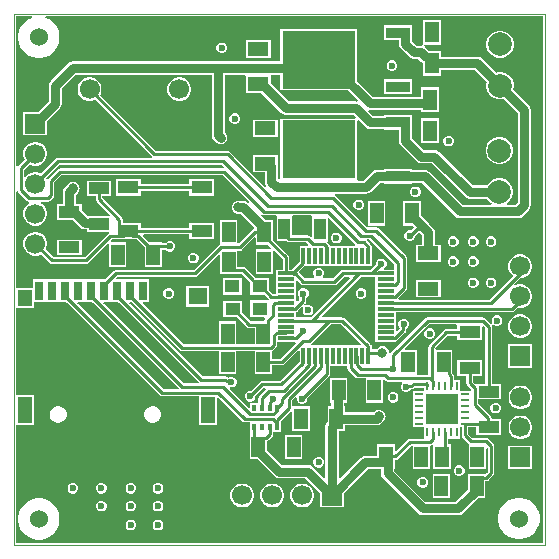
<source format=gtl>
G04*
G04 #@! TF.GenerationSoftware,Altium Limited,Altium Designer,21.6.1 (37)*
G04*
G04 Layer_Physical_Order=1*
G04 Layer_Color=255*
%FSLAX25Y25*%
%MOIN*%
G70*
G04*
G04 #@! TF.SameCoordinates,5AA223CE-A3B5-4ABD-9865-E1F73ECA8A72*
G04*
G04*
G04 #@! TF.FilePolarity,Positive*
G04*
G01*
G75*
%ADD11C,0.01000*%
%ADD13C,0.00394*%
%ADD16R,0.07087X0.03937*%
%ADD17R,0.02756X0.06299*%
%ADD18R,0.04724X0.05512*%
%ADD19R,0.04724X0.08661*%
%ADD20R,0.06299X0.05512*%
%ADD21R,0.04528X0.07087*%
%ADD22R,0.07087X0.04331*%
%ADD23R,0.04842X0.07087*%
%ADD24R,0.24410X0.19291*%
%ADD25R,0.08268X0.03740*%
%ADD26R,0.07087X0.04528*%
%ADD27R,0.03150X0.00984*%
%ADD28R,0.00984X0.03150*%
%ADD29R,0.10630X0.10236*%
%ADD30R,0.05118X0.04331*%
%ADD31R,0.03937X0.07087*%
%ADD32R,0.01378X0.01968*%
%ADD33R,0.05709X0.01181*%
%ADD34R,0.01181X0.05709*%
%ADD57C,0.03150*%
%ADD58C,0.07874*%
%ADD59C,0.06000*%
%ADD60C,0.06693*%
%ADD61R,0.06693X0.06693*%
%ADD62R,0.06693X0.06693*%
%ADD63C,0.02362*%
%ADD64C,0.03150*%
G36*
X570055Y217346D02*
X394512D01*
Y256685D01*
X400402D01*
Y266543D01*
X394512D01*
Y295661D01*
X400402D01*
Y297630D01*
X404020D01*
X404142Y297630D01*
X404520D01*
X404642Y297630D01*
X408350D01*
X408472Y297630D01*
X408850D01*
X408973Y297630D01*
X411219D01*
X442318Y266531D01*
X442682Y266288D01*
X443110Y266203D01*
X455504D01*
Y256685D01*
X461425D01*
Y265472D01*
X461887Y265663D01*
X469818Y257732D01*
X470182Y257489D01*
X470610Y257404D01*
X472532D01*
Y255825D01*
X472510Y255716D01*
Y253976D01*
X472502Y253937D01*
Y253354D01*
X472335D01*
Y245071D01*
X474925D01*
X480527Y239469D01*
X481246Y238989D01*
X482094Y238820D01*
X490875D01*
X495827Y233867D01*
Y229111D01*
X503717D01*
Y233867D01*
X511729Y241879D01*
X516036D01*
Y240409D01*
X516205Y239561D01*
X516685Y238843D01*
X528355Y227173D01*
X529073Y226693D01*
X529921Y226524D01*
X541831D01*
X542679Y226693D01*
X543398Y227173D01*
X548303Y232079D01*
X550893D01*
Y237868D01*
X551192D01*
X551621Y237953D01*
X551984Y238196D01*
X553548Y239759D01*
X553791Y240123D01*
X553876Y240551D01*
Y249606D01*
X553791Y250035D01*
X553548Y250398D01*
X551973Y251973D01*
X551610Y252216D01*
X551181Y252301D01*
X546527D01*
X545214Y253613D01*
Y255770D01*
X547826D01*
Y253339D01*
X556110D01*
Y258473D01*
X552961D01*
Y258789D01*
X552876Y259217D01*
X552633Y259581D01*
X548364Y263850D01*
Y265150D01*
X556110D01*
Y270284D01*
X553088D01*
Y289370D01*
X553014Y289745D01*
X553003Y289799D01*
X552997Y289842D01*
X553411Y290135D01*
X553476Y290070D01*
X553716Y289830D01*
X554370Y289559D01*
X555078D01*
X555732Y289830D01*
X556233Y290331D01*
X556504Y290985D01*
Y291692D01*
X556233Y292347D01*
X555732Y292847D01*
X555078Y293118D01*
X554370D01*
X553716Y292847D01*
X553216Y292347D01*
X552945Y291692D01*
Y290985D01*
X553086Y290643D01*
X553168Y290445D01*
X552763Y290164D01*
X552635Y290288D01*
X552760Y290162D01*
X552760Y290162D01*
X552618Y290304D01*
X550792Y292130D01*
X550429Y292373D01*
X550000Y292459D01*
X531616D01*
X531187Y292373D01*
X530824Y292130D01*
X519287Y280593D01*
X519209Y280476D01*
X518709Y280628D01*
Y281141D01*
X518378Y281940D01*
X517767Y282551D01*
X516968Y282882D01*
X516103D01*
X515304Y282551D01*
X514693Y281940D01*
X514647Y281829D01*
X513000D01*
Y283079D01*
X512774D01*
X512755Y283175D01*
X512512Y283538D01*
X503920Y292130D01*
X503557Y292373D01*
X503128Y292459D01*
X496467D01*
X496276Y292920D01*
X509322Y305967D01*
X514165D01*
Y303929D01*
Y299992D01*
Y296055D01*
Y292118D01*
Y288181D01*
Y284244D01*
X521071D01*
Y284470D01*
X521167Y284489D01*
X521530Y284732D01*
X524153Y287355D01*
X524396Y287718D01*
X524481Y288147D01*
Y288587D01*
X524630Y288649D01*
X525131Y289149D01*
X525402Y289804D01*
Y290511D01*
X525131Y291165D01*
X524630Y291666D01*
X523976Y291937D01*
X523268D01*
X522614Y291666D01*
X522113Y291165D01*
X521842Y290511D01*
Y289804D01*
X522113Y289149D01*
X522241Y289021D01*
Y288611D01*
X521533Y287902D01*
X521071Y288093D01*
Y290150D01*
Y294156D01*
X559731D01*
X560159Y294241D01*
X560523Y294484D01*
X561687Y295648D01*
X561897Y295591D01*
X562936D01*
X563939Y295860D01*
X564839Y296379D01*
X565573Y297114D01*
X566093Y298013D01*
X566362Y299017D01*
Y300056D01*
X566093Y301059D01*
X565573Y301958D01*
X564839Y302693D01*
X563939Y303212D01*
X562936Y303481D01*
X561897D01*
X560894Y303212D01*
X560750Y303129D01*
X560443Y303529D01*
X562505Y305591D01*
X562936D01*
X563939Y305860D01*
X564839Y306380D01*
X565573Y307114D01*
X566093Y308014D01*
X566362Y309017D01*
Y310055D01*
X566093Y311059D01*
X565573Y311958D01*
X564839Y312693D01*
X563939Y313212D01*
X562936Y313481D01*
X561897D01*
X560894Y313212D01*
X559994Y312693D01*
X559260Y311958D01*
X558741Y311059D01*
X558472Y310055D01*
Y309017D01*
X558741Y308014D01*
X559260Y307114D01*
X559994Y306380D01*
X560010Y306264D01*
X552110Y298364D01*
X522090D01*
X521883Y298864D01*
X524414Y301395D01*
X524657Y301758D01*
X524742Y302187D01*
Y312205D01*
X524657Y312633D01*
X524414Y312997D01*
X515335Y322075D01*
X514972Y322318D01*
X514543Y322403D01*
X511464D01*
X500792Y333075D01*
X500739Y333111D01*
X500890Y333611D01*
X511024D01*
X511872Y333780D01*
X512590Y334260D01*
X515563Y337233D01*
X516921D01*
Y336980D01*
X526386D01*
Y337233D01*
X529712D01*
X540772Y326173D01*
X541491Y325693D01*
X542339Y325524D01*
X561722D01*
X562570Y325693D01*
X563289Y326173D01*
X565346Y328231D01*
X565827Y328950D01*
X565995Y329798D01*
Y361614D01*
X565827Y362462D01*
X565346Y363181D01*
X560074Y368453D01*
X560244Y369088D01*
Y370282D01*
X559935Y371436D01*
X559338Y372470D01*
X558494Y373314D01*
X557459Y373911D01*
X556306Y374220D01*
X555112D01*
X554477Y374050D01*
X549795Y378732D01*
X549076Y379213D01*
X548228Y379381D01*
X536091D01*
Y381307D01*
X532439D01*
X532224Y381350D01*
X531941D01*
X530904Y382387D01*
X530619Y382578D01*
X530478Y383225D01*
X530493Y383257D01*
X530500Y383267D01*
D01*
X530550Y383339D01*
X536091D01*
Y391622D01*
X530051D01*
Y383758D01*
X530051Y383498D01*
D01*
X530051Y383404D01*
X529800Y382956D01*
X529753Y382954D01*
X529337Y383036D01*
X529266Y383036D01*
X527971D01*
X526428Y384579D01*
Y387028D01*
X526386Y387242D01*
Y389791D01*
X516921D01*
Y384854D01*
X521997D01*
Y383661D01*
X522165Y382814D01*
X522646Y382095D01*
X525487Y379254D01*
X526206Y378773D01*
X527054Y378605D01*
X528419D01*
X529457Y377567D01*
X530051Y377170D01*
Y373024D01*
X536091D01*
Y374950D01*
X547310D01*
X551343Y370917D01*
X551173Y370282D01*
Y369088D01*
X551482Y367934D01*
X552079Y366900D01*
X552924Y366056D01*
X553958Y365459D01*
X555112Y365150D01*
X556306D01*
X556940Y365320D01*
X561564Y360696D01*
Y330716D01*
X560804Y329956D01*
X558142D01*
X558008Y330456D01*
X558297Y330623D01*
X559141Y331467D01*
X559738Y332501D01*
X560047Y333655D01*
Y334849D01*
X559738Y336003D01*
X559141Y337037D01*
X558297Y337881D01*
X557262Y338478D01*
X556109Y338787D01*
X554915D01*
X553761Y338478D01*
X552727Y337881D01*
X551883Y337037D01*
X551554Y336468D01*
X546587D01*
X535425Y347630D01*
X534706Y348110D01*
X533858Y348279D01*
X530445D01*
X526428Y352296D01*
Y357106D01*
X526386Y357320D01*
Y359870D01*
X516921D01*
Y359617D01*
X513438D01*
X511888Y361167D01*
X512134Y361628D01*
X512457Y361564D01*
X529264D01*
Y360819D01*
X535303D01*
Y369102D01*
X529264D01*
Y365995D01*
X513375D01*
X508134Y371236D01*
Y388591D01*
X482527D01*
Y377806D01*
X413386D01*
X412538Y377638D01*
X411819Y377157D01*
X405913Y371252D01*
X405433Y370533D01*
X405265Y369685D01*
Y364612D01*
X401614Y360961D01*
X396858D01*
Y353072D01*
X404747D01*
Y357828D01*
X409047Y362128D01*
X409527Y362846D01*
X409696Y363694D01*
Y368767D01*
X414304Y373375D01*
X459595D01*
Y353150D01*
X459764Y352302D01*
X460244Y351583D01*
X461032Y350795D01*
X461213Y350674D01*
X461367Y350520D01*
X461569Y350436D01*
X461751Y350315D01*
X461965Y350272D01*
X462166Y350189D01*
X462384D01*
X462598Y350146D01*
X462813Y350189D01*
X463031D01*
X463232Y350272D01*
X463446Y350315D01*
X463628Y350436D01*
X463830Y350520D01*
X463984Y350674D01*
X464165Y350795D01*
X464287Y350977D01*
X464441Y351131D01*
X464524Y351333D01*
X464646Y351514D01*
X464688Y351728D01*
X464772Y351930D01*
Y352148D01*
X464814Y352362D01*
X464772Y352576D01*
Y352795D01*
X464688Y352996D01*
X464646Y353210D01*
X464524Y353392D01*
X464441Y353593D01*
X464287Y353748D01*
X464165Y353929D01*
X464027Y354067D01*
Y373375D01*
X470895D01*
X471055Y372941D01*
X471055Y372875D01*
Y367216D01*
X476205D01*
X482784Y360638D01*
X483502Y360158D01*
X484350Y359989D01*
X506799D01*
X507656Y359131D01*
X507465Y358669D01*
X482527D01*
Y338619D01*
X482067Y338417D01*
X481743Y338674D01*
Y343012D01*
X481701Y343226D01*
Y346563D01*
X473417D01*
Y340839D01*
X477312D01*
Y337672D01*
X477480Y336824D01*
X477888Y336214D01*
X477499Y335895D01*
X465753Y347642D01*
X465389Y347885D01*
X464961Y347970D01*
X441015D01*
X422365Y366620D01*
X422574Y366981D01*
X422843Y367985D01*
Y369023D01*
X422574Y370027D01*
X422054Y370926D01*
X421320Y371661D01*
X420420Y372180D01*
X419417Y372449D01*
X418378D01*
X417375Y372180D01*
X416475Y371661D01*
X415741Y370926D01*
X415222Y370027D01*
X414953Y369023D01*
Y367985D01*
X415222Y366981D01*
X415741Y366082D01*
X416475Y365347D01*
X417375Y364828D01*
X418378Y364559D01*
X419417D01*
X420420Y364828D01*
X420781Y365036D01*
X439710Y346108D01*
X439681Y345902D01*
X439533Y345608D01*
X408268D01*
X407839Y345523D01*
X407476Y345280D01*
X402671Y340476D01*
X402310Y340684D01*
X401307Y340953D01*
X400268D01*
X399265Y340684D01*
X398365Y340165D01*
X397631Y339430D01*
X397561Y339309D01*
X397061Y339443D01*
Y341698D01*
X398904Y343540D01*
X399265Y343332D01*
X400268Y343063D01*
X401307D01*
X402310Y343332D01*
X403210Y343851D01*
X403944Y344586D01*
X404463Y345485D01*
X404732Y346488D01*
Y347527D01*
X404463Y348531D01*
X403944Y349430D01*
X403210Y350165D01*
X402310Y350684D01*
X401307Y350953D01*
X400268D01*
X399265Y350684D01*
X398365Y350165D01*
X397631Y349430D01*
X397111Y348531D01*
X396843Y347527D01*
Y346488D01*
X397111Y345485D01*
X397320Y345124D01*
X395149Y342953D01*
X395012Y342748D01*
X394512Y342899D01*
Y392890D01*
X399669D01*
X399768Y392390D01*
X398697Y391946D01*
X397567Y391191D01*
X396605Y390229D01*
X395849Y389098D01*
X395328Y387841D01*
X395063Y386507D01*
Y385147D01*
X395328Y383812D01*
X395849Y382556D01*
X396605Y381425D01*
X397567Y380463D01*
X398697Y379707D01*
X399954Y379187D01*
X401288Y378921D01*
X402649D01*
X403983Y379187D01*
X405239Y379707D01*
X406370Y380463D01*
X407332Y381425D01*
X408088Y382556D01*
X408609Y383812D01*
X408874Y385147D01*
Y386507D01*
X408609Y387841D01*
X408088Y389098D01*
X407332Y390229D01*
X406370Y391191D01*
X405239Y391946D01*
X404169Y392390D01*
X404268Y392890D01*
X570055D01*
Y217346D01*
D02*
G37*
G36*
X482527Y368102D02*
X505000D01*
X508285Y364817D01*
X508039Y364356D01*
X507717Y364421D01*
X485268D01*
X479339Y370350D01*
Y372875D01*
X479339Y372941D01*
X479498Y373375D01*
X482527D01*
Y368102D01*
D02*
G37*
G36*
X463725Y342565D02*
X463518Y342065D01*
X409055D01*
X408627Y341980D01*
X408263Y341737D01*
X405114Y338587D01*
X405008Y338429D01*
X404535Y338508D01*
X404323Y338960D01*
X408732Y343368D01*
X462922D01*
X463725Y342565D01*
D02*
G37*
G36*
X510953Y355835D02*
X511672Y355354D01*
X512520Y355186D01*
X516921D01*
Y354933D01*
X521997D01*
Y351378D01*
X522165Y350530D01*
X522646Y349811D01*
X527961Y344496D01*
X528680Y344016D01*
X529528Y343847D01*
X532940D01*
X544102Y332685D01*
X544821Y332205D01*
X545669Y332036D01*
X551554D01*
X551883Y331467D01*
X552727Y330623D01*
X553016Y330456D01*
X552882Y329956D01*
X543256D01*
X532197Y341016D01*
X531478Y341496D01*
X530630Y341665D01*
X526386D01*
Y341917D01*
X516921D01*
Y341665D01*
X514646D01*
X513798Y341496D01*
X513079Y341016D01*
X510106Y338043D01*
X508576D01*
X508134Y338181D01*
Y358000D01*
X508596Y358192D01*
X510953Y355835D01*
D02*
G37*
G36*
X472078Y331062D02*
X471744Y330701D01*
X471026Y331181D01*
X470178Y331350D01*
X468504D01*
X468290Y331307D01*
X468072D01*
X467870Y331224D01*
X467656Y331181D01*
X467475Y331060D01*
X467273Y330976D01*
X467119Y330822D01*
X466937Y330701D01*
X466816Y330519D01*
X466662Y330365D01*
X466578Y330163D01*
X466457Y329982D01*
X466414Y329768D01*
X466331Y329566D01*
Y329348D01*
X466288Y329134D01*
X466331Y328920D01*
Y328702D01*
X466414Y328500D01*
X466457Y328286D01*
X466578Y328104D01*
X466662Y327903D01*
X466816Y327748D01*
X466937Y327567D01*
X467119Y327446D01*
X467273Y327291D01*
X467475Y327208D01*
X467656Y327087D01*
X467870Y327044D01*
X468072Y326961D01*
X468290D01*
X468504Y326918D01*
X469260D01*
X473756Y322422D01*
X473592Y321879D01*
X473559Y321873D01*
X473196Y321630D01*
X468717Y317151D01*
X468217Y317358D01*
Y325008D01*
X462492D01*
Y316823D01*
X462290Y316783D01*
X461926Y316540D01*
X453593Y308207D01*
X427756D01*
X427327Y308121D01*
X426964Y307878D01*
X424211Y305126D01*
X421843D01*
X421842Y305126D01*
X421465D01*
Y305126D01*
X421343Y305126D01*
X417512D01*
Y305126D01*
X417134D01*
Y305126D01*
X413181D01*
Y305126D01*
X412803D01*
Y305126D01*
X408973D01*
X408850Y305126D01*
X408472D01*
X408350Y305126D01*
X404642D01*
X404520Y305126D01*
X404142D01*
X404020Y305126D01*
X400189D01*
Y302370D01*
X394512D01*
Y334262D01*
X395012Y334414D01*
X395149Y334208D01*
X397988Y331369D01*
X398351Y331127D01*
X398780Y331042D01*
X398884D01*
X399018Y330541D01*
X398365Y330165D01*
X397631Y329430D01*
X397111Y328531D01*
X396843Y327527D01*
Y326488D01*
X397111Y325485D01*
X397631Y324586D01*
X398365Y323851D01*
X399265Y323332D01*
X400268Y323063D01*
X401307D01*
X402310Y323332D01*
X403210Y323851D01*
X403944Y324586D01*
X404463Y325485D01*
X404732Y326488D01*
Y327527D01*
X404463Y328531D01*
X403944Y329430D01*
X403210Y330165D01*
X402557Y330541D01*
X402691Y331042D01*
X404926D01*
X405355Y331127D01*
X405718Y331369D01*
X406697Y332349D01*
X406940Y332712D01*
X407025Y333141D01*
Y337331D01*
X409519Y339825D01*
X463316D01*
X472078Y331062D01*
D02*
G37*
G36*
X493102Y326189D02*
Y319392D01*
X492640Y319201D01*
X492439Y319402D01*
X492076Y319645D01*
X491647Y319730D01*
X486425D01*
Y326189D01*
X486821Y326439D01*
X492706D01*
X493102Y326189D01*
D02*
G37*
G36*
X507554Y316846D02*
X507347Y316347D01*
X498995D01*
X498976Y316443D01*
X498733Y316806D01*
X498134Y317405D01*
X498236Y317905D01*
X498236D01*
X498236Y317905D01*
Y325511D01*
X498698Y325703D01*
X507554Y316846D01*
D02*
G37*
G36*
X520534Y310166D02*
Y308276D01*
X517351D01*
X517228Y308552D01*
X517198Y308776D01*
X517650Y309228D01*
X517921Y309882D01*
Y310590D01*
X517650Y311244D01*
X517150Y311745D01*
X516496Y312016D01*
X515788D01*
X515134Y311745D01*
X514633Y311244D01*
X514362Y310590D01*
Y310040D01*
X512528Y308207D01*
X503297D01*
X502869Y308121D01*
X502505Y307878D01*
X500077Y305451D01*
X496863D01*
X496656Y305951D01*
X496784Y306079D01*
X497055Y306733D01*
Y307441D01*
X496784Y308095D01*
X496284Y308595D01*
X495630Y308866D01*
X494922D01*
X494268Y308595D01*
X493767Y308095D01*
X493496Y307441D01*
Y306733D01*
X493767Y306079D01*
X493895Y305951D01*
X493688Y305451D01*
X490600D01*
X488581Y307470D01*
X490552Y309441D01*
X513000D01*
Y316347D01*
X512774D01*
X512755Y316443D01*
X512512Y316806D01*
X511253Y318065D01*
X511460Y318565D01*
X512135D01*
X520534Y310166D01*
D02*
G37*
G36*
X476737Y326524D02*
X477165Y326439D01*
X480895D01*
X481291Y326189D01*
Y317905D01*
X484447D01*
X484535Y317818D01*
X484898Y317575D01*
X485326Y317490D01*
X491183D01*
X491865Y316808D01*
X491673Y316347D01*
X488969D01*
Y311025D01*
X486219Y308276D01*
X485470D01*
Y312402D01*
X485385Y312831D01*
X485142Y313194D01*
X480028Y318308D01*
Y325008D01*
X477437D01*
X476040Y326405D01*
X476373Y326767D01*
X476737Y326524D01*
D02*
G37*
G36*
X505692Y305505D02*
X492646Y292459D01*
X487803D01*
Y294312D01*
X487899Y294331D01*
X488263Y294574D01*
X489756Y296068D01*
X490180Y295784D01*
X489953Y295236D01*
Y294528D01*
X490224Y293874D01*
X490724Y293373D01*
X491378Y293102D01*
X492086D01*
X492740Y293373D01*
X493241Y293874D01*
X493512Y294528D01*
Y295236D01*
X493241Y295890D01*
X492740Y296391D01*
X492086Y296661D01*
X491378D01*
X490830Y296434D01*
X490547Y296858D01*
X490689Y297000D01*
X490932Y297364D01*
X491017Y297792D01*
Y298823D01*
X491165Y298885D01*
X491666Y299386D01*
X491937Y300040D01*
Y300748D01*
X491666Y301402D01*
X491165Y301902D01*
X490511Y302173D01*
X489804D01*
X489150Y301902D01*
X488649Y301402D01*
X488378Y300748D01*
Y300040D01*
X488649Y299386D01*
X488777Y299258D01*
Y298256D01*
X488265Y297744D01*
X487803Y297936D01*
Y299992D01*
Y304427D01*
X488265Y304618D01*
X489344Y303539D01*
X489708Y303296D01*
X490136Y303211D01*
X500541D01*
X500970Y303296D01*
X501333Y303539D01*
X503761Y305967D01*
X505501D01*
X505692Y305505D01*
D02*
G37*
G36*
X474303Y318917D02*
Y316725D01*
X478444D01*
X479541Y315627D01*
X479350Y315165D01*
X474303D01*
Y306882D01*
X480027D01*
Y314488D01*
X480489Y314679D01*
X483230Y311938D01*
Y308276D01*
X480898D01*
Y303929D01*
Y300332D01*
X479996D01*
X478758Y301571D01*
Y305515D01*
X474392D01*
X474333Y305602D01*
X470973Y308963D01*
X470609Y309205D01*
X470181Y309291D01*
X468216D01*
Y314628D01*
X468898D01*
X469326Y314713D01*
X469690Y314956D01*
X473841Y319108D01*
X474303Y318917D01*
D02*
G37*
G36*
X448568Y268943D02*
X448361Y268443D01*
X443574D01*
X414849Y297168D01*
X415040Y297630D01*
X417134D01*
Y297630D01*
X417512D01*
Y297630D01*
X419881D01*
X448568Y268943D01*
D02*
G37*
G36*
X455261Y270911D02*
X455232Y270705D01*
X455084Y270411D01*
X450267D01*
X423510Y297168D01*
X423702Y297630D01*
X425673D01*
X425795Y297630D01*
Y297630D01*
X426173D01*
Y297630D01*
X428542D01*
X455261Y270911D01*
D02*
G37*
G36*
X462492Y313285D02*
Y306882D01*
X468216D01*
Y307051D01*
X469717D01*
X472439Y304328D01*
X472443Y304308D01*
Y299987D01*
X477174D01*
X478591Y298570D01*
X478384Y298070D01*
X472461D01*
Y292543D01*
X477172D01*
X477391Y292043D01*
X477258Y291844D01*
X477173Y291415D01*
Y291150D01*
X475510D01*
X475402Y291171D01*
X472655D01*
X469764Y294062D01*
Y298006D01*
X463449D01*
Y292479D01*
X468180D01*
X471399Y289260D01*
X471763Y289017D01*
X472191Y288931D01*
X473910D01*
Y283403D01*
X467823D01*
Y291150D01*
X462099D01*
Y283403D01*
X450267D01*
X436503Y297168D01*
X436694Y297630D01*
X438787D01*
Y305126D01*
X434835D01*
X434835Y305126D01*
X434457D01*
Y305126D01*
X434335Y305126D01*
X430504D01*
X430504Y305126D01*
X430126D01*
Y305126D01*
X430004Y305126D01*
X428032D01*
X427841Y305588D01*
X428220Y305967D01*
X454057D01*
X454485Y306052D01*
X454849Y306295D01*
X462030Y313476D01*
X462492Y313285D01*
D02*
G37*
G36*
X550848Y288907D02*
Y270284D01*
X547826D01*
Y270284D01*
X547554Y270171D01*
X546789Y270937D01*
Y273024D01*
X549811D01*
Y278158D01*
X541527D01*
Y273024D01*
X544549D01*
Y270473D01*
X544634Y270044D01*
X544877Y269681D01*
X546124Y268434D01*
Y267823D01*
X542429D01*
Y271661D01*
X540490D01*
Y272835D01*
X540405Y273263D01*
X540162Y273627D01*
X539892Y273897D01*
Y275796D01*
X539870Y275904D01*
Y281701D01*
X534332D01*
X534178Y282201D01*
X538260Y286282D01*
X541527D01*
Y284835D01*
X549811D01*
Y289291D01*
X550273Y289482D01*
X550848Y288907D01*
D02*
G37*
G36*
X509342Y283541D02*
X509151Y283079D01*
X492756D01*
X492604Y283579D01*
X492721Y283657D01*
X499283Y290219D01*
X502664D01*
X509342Y283541D01*
D02*
G37*
G36*
X487694Y283744D02*
X482629Y278679D01*
X479634D01*
Y281208D01*
X479836Y281249D01*
X480200Y281491D01*
X481152Y282444D01*
X481395Y282807D01*
X481480Y283236D01*
Y284244D01*
X487486D01*
X487694Y283744D01*
D02*
G37*
G36*
X541527Y289969D02*
Y288522D01*
X537796D01*
X537367Y288437D01*
X537004Y288194D01*
X532158Y283348D01*
X531915Y282985D01*
X531830Y282556D01*
Y273281D01*
X528503D01*
X528059Y273417D01*
Y281701D01*
X524215D01*
X524024Y282163D01*
X532080Y290219D01*
X541131D01*
X541527Y289969D01*
D02*
G37*
G36*
X449011Y281491D02*
X449375Y281249D01*
X449803Y281164D01*
X462099D01*
Y273417D01*
X467823D01*
Y281164D01*
X473910D01*
Y273417D01*
X479634D01*
Y276439D01*
X483092D01*
X483521Y276524D01*
X483884Y276767D01*
X488507Y281389D01*
X488969Y281198D01*
Y277757D01*
X482410Y271199D01*
X476378D01*
X475949Y271113D01*
X475586Y270871D01*
X472637Y267921D01*
X472087D01*
X471433Y267650D01*
X470932Y267150D01*
X470661Y266496D01*
Y265788D01*
X470932Y265134D01*
X471433Y264633D01*
X472087Y264362D01*
X472795D01*
X473449Y264633D01*
X473949Y265134D01*
X474221Y265788D01*
Y266337D01*
X476842Y268959D01*
X477415D01*
X477623Y268459D01*
X475586Y266422D01*
X475343Y266059D01*
X475337Y266027D01*
X475246Y265891D01*
X475161Y265462D01*
Y263787D01*
X472532D01*
Y262383D01*
X472070Y262192D01*
X465636Y268625D01*
X465702Y268824D01*
X465881Y269087D01*
X466496D01*
X467150Y269357D01*
X467650Y269858D01*
X467921Y270512D01*
Y271220D01*
X467650Y271874D01*
X467150Y272375D01*
X466496Y272646D01*
X465788D01*
X465134Y272375D01*
X465085Y272326D01*
X464965Y272446D01*
X464602Y272688D01*
X464173Y272774D01*
X456566D01*
X432172Y297168D01*
X432363Y297630D01*
X432873D01*
X449011Y281491D01*
D02*
G37*
G36*
X504876Y275500D02*
X504961Y275071D01*
X505204Y274708D01*
X507476Y272436D01*
X507839Y272194D01*
X508268Y272108D01*
X510917D01*
Y263968D01*
X516642D01*
Y271619D01*
X517141Y271826D01*
X517598Y271370D01*
X517961Y271127D01*
X518390Y271041D01*
X522936D01*
X523143Y270541D01*
X522901Y270299D01*
X522630Y269645D01*
Y268937D01*
X522901Y268283D01*
X523401Y267783D01*
X524055Y267512D01*
X524763D01*
X525418Y267783D01*
X525918Y268283D01*
X525980Y268432D01*
X526245D01*
X526674Y268517D01*
X527037Y268760D01*
X527236Y268959D01*
X530406D01*
Y267823D01*
X526567D01*
Y263673D01*
Y259736D01*
Y255799D01*
X530406D01*
Y251961D01*
X529928Y251907D01*
X525591D01*
X525162Y251822D01*
X524799Y251579D01*
X521041Y247822D01*
X520579Y248013D01*
Y250205D01*
X514855D01*
Y246310D01*
X510811D01*
X509963Y246142D01*
X509244Y245661D01*
X502450Y238867D01*
X501988Y239059D01*
Y254520D01*
X504043D01*
Y256445D01*
X514567D01*
X515415Y256614D01*
X516134Y257094D01*
X516921Y257882D01*
X517042Y258063D01*
X517197Y258218D01*
X517280Y258419D01*
X517402Y258601D01*
X517444Y258815D01*
X517528Y259016D01*
Y259235D01*
X517570Y259449D01*
X517528Y259663D01*
Y259881D01*
X517444Y260083D01*
X517402Y260297D01*
X517280Y260478D01*
X517197Y260680D01*
X517042Y260834D01*
X516921Y261016D01*
X516740Y261137D01*
X516585Y261291D01*
X516384Y261375D01*
X516202Y261496D01*
X515988Y261539D01*
X515787Y261622D01*
X515568D01*
X515354Y261665D01*
X515140Y261622D01*
X514922D01*
X514720Y261539D01*
X514506Y261496D01*
X514325Y261375D01*
X514123Y261291D01*
X513969Y261137D01*
X513788Y261016D01*
X513649Y260877D01*
X504043D01*
Y262803D01*
X503790D01*
Y263968D01*
X504831D01*
Y272252D01*
X499106D01*
Y263968D01*
X499359D01*
Y262803D01*
X498319D01*
Y257653D01*
X498206Y257540D01*
X497725Y256821D01*
X497557Y255973D01*
Y239059D01*
X497095Y238867D01*
X493359Y242603D01*
X492640Y243083D01*
X491792Y243252D01*
X483012D01*
X478059Y248204D01*
Y251193D01*
X478200Y251221D01*
X478564Y251464D01*
X479729Y252629D01*
X479972Y252993D01*
X480057Y253421D01*
Y254323D01*
X482784D01*
Y257488D01*
X482784D01*
X482795Y257983D01*
X486008Y261195D01*
X486508Y260988D01*
Y254520D01*
X492232D01*
Y262803D01*
X486522D01*
Y264888D01*
X487522Y265888D01*
X487811Y265776D01*
X487984Y265642D01*
Y265000D01*
X488255Y264346D01*
X488756Y263846D01*
X489410Y263575D01*
X490118D01*
X490772Y263846D01*
X491272Y264346D01*
X491543Y265000D01*
Y265470D01*
X498823Y272750D01*
X499066Y273113D01*
X499151Y273542D01*
Y276173D01*
X504876D01*
Y275500D01*
D02*
G37*
G36*
X542975Y253150D02*
X543060Y252721D01*
X543303Y252358D01*
X545076Y250584D01*
X545366Y250204D01*
Y241921D01*
X551090D01*
Y248483D01*
X551590Y248750D01*
X551636Y248720D01*
Y241015D01*
X551262Y240641D01*
X550893Y240362D01*
Y240362D01*
X550893Y240362D01*
X545169D01*
Y235212D01*
X540913Y230956D01*
X530839D01*
X520468Y241327D01*
Y241921D01*
X520579D01*
Y244972D01*
X520895D01*
X521323Y245057D01*
X521687Y245300D01*
X526054Y249668D01*
X526666D01*
Y241921D01*
X532390D01*
Y249689D01*
X532712Y249753D01*
X533055Y249982D01*
X533140Y249965D01*
X533555Y249768D01*
Y241921D01*
X539279D01*
Y250204D01*
X538521D01*
Y251961D01*
X542429D01*
Y255799D01*
X542975D01*
Y253150D01*
D02*
G37*
%LPC*%
G36*
X463346Y384063D02*
X462638D01*
X461984Y383792D01*
X461483Y383292D01*
X461213Y382637D01*
Y381929D01*
X461483Y381275D01*
X461984Y380775D01*
X462638Y380504D01*
X463346D01*
X464000Y380775D01*
X464501Y381275D01*
X464772Y381929D01*
Y382637D01*
X464501Y383292D01*
X464000Y383792D01*
X463346Y384063D01*
D02*
G37*
G36*
X479339Y384752D02*
X471055D01*
Y379028D01*
X479339D01*
Y384752D01*
D02*
G37*
G36*
X556306Y388000D02*
X555112D01*
X553958Y387691D01*
X552924Y387094D01*
X552079Y386249D01*
X551482Y385215D01*
X551173Y384062D01*
Y382868D01*
X551482Y381714D01*
X552079Y380680D01*
X552924Y379835D01*
X553958Y379238D01*
X555112Y378929D01*
X556306D01*
X557459Y379238D01*
X558494Y379835D01*
X559338Y380680D01*
X559935Y381714D01*
X560244Y382868D01*
Y384062D01*
X559935Y385215D01*
X559338Y386249D01*
X558494Y387094D01*
X557459Y387691D01*
X556306Y388000D01*
D02*
G37*
G36*
X520039Y378157D02*
X519331D01*
X518677Y377887D01*
X518176Y377386D01*
X517906Y376732D01*
Y376024D01*
X518176Y375370D01*
X518677Y374869D01*
X519331Y374598D01*
X520039D01*
X520693Y374869D01*
X521194Y375370D01*
X521465Y376024D01*
Y376732D01*
X521194Y377386D01*
X520693Y377887D01*
X520039Y378157D01*
D02*
G37*
G36*
X526386Y371839D02*
X516921D01*
Y366902D01*
X526386D01*
Y371839D01*
D02*
G37*
G36*
X449338Y372449D02*
X448300D01*
X447296Y372180D01*
X446397Y371661D01*
X445662Y370926D01*
X445143Y370027D01*
X444874Y369023D01*
Y367985D01*
X445143Y366981D01*
X445662Y366082D01*
X446397Y365347D01*
X447296Y364828D01*
X448300Y364559D01*
X449338D01*
X450342Y364828D01*
X451241Y365347D01*
X451976Y366082D01*
X452495Y366981D01*
X452764Y367985D01*
Y369023D01*
X452495Y370027D01*
X451976Y370926D01*
X451241Y371661D01*
X450342Y372180D01*
X449338Y372449D01*
D02*
G37*
G36*
X467677Y360441D02*
X466969D01*
X466315Y360170D01*
X465814Y359669D01*
X465543Y359015D01*
Y358308D01*
X465814Y357653D01*
X466315Y357153D01*
X466969Y356882D01*
X467677D01*
X468331Y357153D01*
X468831Y357653D01*
X469102Y358308D01*
Y359015D01*
X468831Y359669D01*
X468331Y360170D01*
X467677Y360441D01*
D02*
G37*
G36*
X481701Y358374D02*
X473417D01*
Y352650D01*
X481701D01*
Y358374D01*
D02*
G37*
G36*
X535303Y358787D02*
X529264D01*
Y350504D01*
X535303D01*
Y358787D01*
D02*
G37*
G36*
X538937Y352961D02*
X538229D01*
X537575Y352690D01*
X537074Y352189D01*
X536803Y351535D01*
Y350827D01*
X537074Y350173D01*
X537575Y349673D01*
X538229Y349402D01*
X538937D01*
X539591Y349673D01*
X540091Y350173D01*
X540362Y350827D01*
Y351535D01*
X540091Y352189D01*
X539591Y352690D01*
X538937Y352961D01*
D02*
G37*
G36*
X556109Y352567D02*
X554915D01*
X553761Y352258D01*
X552727Y351661D01*
X551883Y350816D01*
X551286Y349782D01*
X550976Y348629D01*
Y347434D01*
X551286Y346281D01*
X551883Y345247D01*
X552727Y344402D01*
X553761Y343805D01*
X554915Y343496D01*
X556109D01*
X557262Y343805D01*
X558297Y344402D01*
X559141Y345247D01*
X559738Y346281D01*
X560047Y347434D01*
Y348629D01*
X559738Y349782D01*
X559141Y350816D01*
X558297Y351661D01*
X557262Y352258D01*
X556109Y352567D01*
D02*
G37*
G36*
X527913Y336032D02*
X527205D01*
X526551Y335761D01*
X526051Y335260D01*
X525779Y334606D01*
Y333898D01*
X526051Y333244D01*
X526551Y332743D01*
X527205Y332472D01*
X527913D01*
X528567Y332743D01*
X529068Y333244D01*
X529339Y333898D01*
Y334606D01*
X529068Y335260D01*
X528567Y335761D01*
X527913Y336032D01*
D02*
G37*
G36*
X509015Y331701D02*
X508307D01*
X507653Y331430D01*
X507153Y330929D01*
X506882Y330275D01*
Y329567D01*
X507153Y328913D01*
X507653Y328413D01*
X508307Y328142D01*
X509015D01*
X509669Y328413D01*
X510170Y328913D01*
X510441Y329567D01*
Y330275D01*
X510170Y330929D01*
X509669Y331430D01*
X509015Y331701D01*
D02*
G37*
G36*
X517429Y331307D02*
X511705D01*
Y323024D01*
X517429D01*
Y331307D01*
D02*
G37*
G36*
X529240D02*
X523516D01*
Y323024D01*
X526500D01*
X527015Y322509D01*
X525963Y321457D01*
X525945Y321465D01*
X525237D01*
X524582Y321194D01*
X524082Y320693D01*
X523811Y320039D01*
Y319331D01*
X524082Y318677D01*
X524582Y318176D01*
X525237Y317905D01*
X525945D01*
X526599Y318176D01*
X527099Y318677D01*
X527370Y319331D01*
Y319697D01*
X528599Y320925D01*
X529674Y319850D01*
Y316642D01*
X527748D01*
Y310917D01*
X536031D01*
Y316642D01*
X534105D01*
Y320768D01*
X533937Y321616D01*
X533456Y322335D01*
X532177Y323614D01*
X529240Y326551D01*
Y331307D01*
D02*
G37*
G36*
X553110Y319496D02*
X552402D01*
X551748Y319225D01*
X551247Y318725D01*
X550976Y318071D01*
Y317363D01*
X551247Y316708D01*
X551748Y316208D01*
X552402Y315937D01*
X553110D01*
X553764Y316208D01*
X554264Y316708D01*
X554535Y317363D01*
Y318071D01*
X554264Y318725D01*
X553764Y319225D01*
X553110Y319496D01*
D02*
G37*
G36*
X547204D02*
X546496D01*
X545842Y319225D01*
X545342Y318725D01*
X545071Y318071D01*
Y317363D01*
X545342Y316708D01*
X545842Y316208D01*
X546496Y315937D01*
X547204D01*
X547858Y316208D01*
X548359Y316708D01*
X548630Y317363D01*
Y318071D01*
X548359Y318725D01*
X547858Y319225D01*
X547204Y319496D01*
D02*
G37*
G36*
X540511D02*
X539804D01*
X539149Y319225D01*
X538649Y318725D01*
X538378Y318071D01*
Y317363D01*
X538649Y316708D01*
X539149Y316208D01*
X539804Y315937D01*
X540511D01*
X541165Y316208D01*
X541666Y316708D01*
X541937Y317363D01*
Y318071D01*
X541666Y318725D01*
X541165Y319225D01*
X540511Y319496D01*
D02*
G37*
G36*
X547204Y312803D02*
X546496D01*
X545842Y312532D01*
X545342Y312032D01*
X545071Y311378D01*
Y310670D01*
X545342Y310016D01*
X545842Y309515D01*
X546496Y309244D01*
X547204D01*
X547858Y309515D01*
X548359Y310016D01*
X548630Y310670D01*
Y311378D01*
X548359Y312032D01*
X547858Y312532D01*
X547204Y312803D01*
D02*
G37*
G36*
X540511D02*
X539804D01*
X539149Y312532D01*
X538649Y312032D01*
X538378Y311378D01*
Y310670D01*
X538649Y310016D01*
X539149Y309515D01*
X539804Y309244D01*
X540511D01*
X541165Y309515D01*
X541666Y310016D01*
X541937Y310670D01*
Y311378D01*
X541666Y312032D01*
X541165Y312532D01*
X540511Y312803D01*
D02*
G37*
G36*
X553110Y305716D02*
X552402D01*
X551748Y305446D01*
X551247Y304945D01*
X550976Y304291D01*
Y303583D01*
X551247Y302929D01*
X551748Y302428D01*
X552402Y302157D01*
X553110D01*
X553764Y302428D01*
X554264Y302929D01*
X554535Y303583D01*
Y304291D01*
X554264Y304945D01*
X553764Y305446D01*
X553110Y305716D01*
D02*
G37*
G36*
X547204D02*
X546496D01*
X545842Y305446D01*
X545342Y304945D01*
X545071Y304291D01*
Y303583D01*
X545342Y302929D01*
X545842Y302428D01*
X546496Y302157D01*
X547204D01*
X547858Y302428D01*
X548359Y302929D01*
X548630Y303583D01*
Y304291D01*
X548359Y304945D01*
X547858Y305446D01*
X547204Y305716D01*
D02*
G37*
G36*
X536031Y304831D02*
X527748D01*
Y299107D01*
X536031D01*
Y304831D01*
D02*
G37*
G36*
X509803Y302173D02*
X509095D01*
X508441Y301902D01*
X507940Y301402D01*
X507669Y300748D01*
Y300040D01*
X507940Y299386D01*
X508441Y298885D01*
X509095Y298614D01*
X509803D01*
X510457Y298885D01*
X510957Y299386D01*
X511228Y300040D01*
Y300748D01*
X510957Y301402D01*
X510457Y301902D01*
X509803Y302173D01*
D02*
G37*
G36*
X562936Y293481D02*
X561897D01*
X560894Y293212D01*
X559994Y292693D01*
X559260Y291958D01*
X558741Y291059D01*
X558472Y290055D01*
Y289017D01*
X558741Y288014D01*
X559260Y287114D01*
X559994Y286380D01*
X560894Y285860D01*
X561897Y285591D01*
X562936D01*
X563939Y285860D01*
X564839Y286380D01*
X565573Y287114D01*
X566093Y288014D01*
X566362Y289017D01*
Y290055D01*
X566093Y291059D01*
X565573Y291958D01*
X564839Y292693D01*
X563939Y293212D01*
X562936Y293481D01*
D02*
G37*
G36*
X566347Y283472D02*
X558457D01*
Y275583D01*
X566347D01*
Y283472D01*
D02*
G37*
G36*
X563034Y269693D02*
X561996D01*
X560992Y269424D01*
X560093Y268905D01*
X559358Y268170D01*
X558839Y267271D01*
X558570Y266267D01*
Y265229D01*
X558839Y264225D01*
X559358Y263326D01*
X560093Y262591D01*
X560992Y262072D01*
X561996Y261803D01*
X563034D01*
X564038Y262072D01*
X564937Y262591D01*
X565672Y263326D01*
X566191Y264225D01*
X566460Y265229D01*
Y266267D01*
X566191Y267271D01*
X565672Y268170D01*
X564937Y268905D01*
X564038Y269424D01*
X563034Y269693D01*
D02*
G37*
G36*
X554685Y263984D02*
X553977D01*
X553323Y263713D01*
X552822Y263213D01*
X552551Y262559D01*
Y261851D01*
X552822Y261197D01*
X553323Y260696D01*
X553977Y260425D01*
X554685D01*
X555339Y260696D01*
X555839Y261197D01*
X556110Y261851D01*
Y262559D01*
X555839Y263213D01*
X555339Y263713D01*
X554685Y263984D01*
D02*
G37*
G36*
X440325Y262811D02*
X439596D01*
X438891Y262622D01*
X438259Y262257D01*
X437743Y261741D01*
X437378Y261109D01*
X437189Y260404D01*
Y259675D01*
X437378Y258969D01*
X437743Y258337D01*
X438259Y257821D01*
X438891Y257457D01*
X439596Y257268D01*
X440325D01*
X441031Y257457D01*
X441663Y257821D01*
X442178Y258337D01*
X442543Y258969D01*
X442732Y259675D01*
Y260404D01*
X442543Y261109D01*
X442178Y261741D01*
X441663Y262257D01*
X441031Y262622D01*
X440325Y262811D01*
D02*
G37*
G36*
X408829D02*
X408100D01*
X407395Y262622D01*
X406763Y262257D01*
X406247Y261741D01*
X405882Y261109D01*
X405693Y260404D01*
Y259675D01*
X405882Y258969D01*
X406247Y258337D01*
X406763Y257821D01*
X407395Y257457D01*
X408100Y257268D01*
X408829D01*
X409534Y257457D01*
X410166Y257821D01*
X410682Y258337D01*
X411047Y258969D01*
X411236Y259675D01*
Y260404D01*
X411047Y261109D01*
X410682Y261741D01*
X410166Y262257D01*
X409534Y262622D01*
X408829Y262811D01*
D02*
G37*
G36*
X563034Y259693D02*
X561996D01*
X560992Y259424D01*
X560093Y258905D01*
X559358Y258170D01*
X558839Y257271D01*
X558570Y256267D01*
Y255229D01*
X558839Y254225D01*
X559358Y253326D01*
X560093Y252591D01*
X560992Y252072D01*
X561996Y251803D01*
X563034D01*
X564038Y252072D01*
X564937Y252591D01*
X565672Y253326D01*
X566191Y254225D01*
X566460Y255229D01*
Y256267D01*
X566191Y257271D01*
X565672Y258170D01*
X564937Y258905D01*
X564038Y259424D01*
X563034Y259693D01*
D02*
G37*
G36*
X566445Y249684D02*
X558555D01*
Y241794D01*
X566445D01*
Y249684D01*
D02*
G37*
G36*
X442086Y237213D02*
X441378D01*
X440724Y236942D01*
X440224Y236441D01*
X439953Y235787D01*
Y235079D01*
X440224Y234425D01*
X440724Y233925D01*
X441378Y233653D01*
X442086D01*
X442740Y233925D01*
X443241Y234425D01*
X443512Y235079D01*
Y235787D01*
X443241Y236441D01*
X442740Y236942D01*
X442086Y237213D01*
D02*
G37*
G36*
X433031D02*
X432323D01*
X431669Y236942D01*
X431169Y236441D01*
X430898Y235787D01*
Y235079D01*
X431169Y234425D01*
X431669Y233925D01*
X432323Y233653D01*
X433031D01*
X433685Y233925D01*
X434186Y234425D01*
X434457Y235079D01*
Y235787D01*
X434186Y236441D01*
X433685Y236942D01*
X433031Y237213D01*
D02*
G37*
G36*
X423189D02*
X422481D01*
X421827Y236942D01*
X421326Y236441D01*
X421055Y235787D01*
Y235079D01*
X421326Y234425D01*
X421827Y233925D01*
X422481Y233653D01*
X423189D01*
X423843Y233925D01*
X424343Y234425D01*
X424614Y235079D01*
Y235787D01*
X424343Y236441D01*
X423843Y236942D01*
X423189Y237213D01*
D02*
G37*
G36*
X413740D02*
X413032D01*
X412378Y236942D01*
X411877Y236441D01*
X411606Y235787D01*
Y235079D01*
X411877Y234425D01*
X412378Y233925D01*
X413032Y233653D01*
X413740D01*
X414394Y233925D01*
X414894Y234425D01*
X415165Y235079D01*
Y235787D01*
X414894Y236441D01*
X414394Y236942D01*
X413740Y237213D01*
D02*
G37*
G36*
X490283Y237016D02*
X489244D01*
X488241Y236747D01*
X487342Y236228D01*
X486607Y235493D01*
X486088Y234594D01*
X485819Y233590D01*
Y232552D01*
X486088Y231548D01*
X486607Y230649D01*
X487342Y229914D01*
X488241Y229395D01*
X489244Y229126D01*
X490283D01*
X491286Y229395D01*
X492186Y229914D01*
X492920Y230649D01*
X493440Y231548D01*
X493709Y232552D01*
Y233590D01*
X493440Y234594D01*
X492920Y235493D01*
X492186Y236228D01*
X491286Y236747D01*
X490283Y237016D01*
D02*
G37*
G36*
X480283D02*
X479244D01*
X478241Y236747D01*
X477342Y236228D01*
X476607Y235493D01*
X476088Y234594D01*
X475819Y233590D01*
Y232552D01*
X476088Y231548D01*
X476607Y230649D01*
X477342Y229914D01*
X478241Y229395D01*
X479244Y229126D01*
X480283D01*
X481286Y229395D01*
X482186Y229914D01*
X482921Y230649D01*
X483440Y231548D01*
X483709Y232552D01*
Y233590D01*
X483440Y234594D01*
X482921Y235493D01*
X482186Y236228D01*
X481286Y236747D01*
X480283Y237016D01*
D02*
G37*
G36*
X470283D02*
X469244D01*
X468241Y236747D01*
X467342Y236228D01*
X466607Y235493D01*
X466088Y234594D01*
X465819Y233590D01*
Y232552D01*
X466088Y231548D01*
X466607Y230649D01*
X467342Y229914D01*
X468241Y229395D01*
X469244Y229126D01*
X470283D01*
X471286Y229395D01*
X472186Y229914D01*
X472921Y230649D01*
X473440Y231548D01*
X473709Y232552D01*
Y233590D01*
X473440Y234594D01*
X472921Y235493D01*
X472186Y236228D01*
X471286Y236747D01*
X470283Y237016D01*
D02*
G37*
G36*
X442086Y231307D02*
X441378D01*
X440724Y231036D01*
X440224Y230536D01*
X439953Y229882D01*
Y229174D01*
X440224Y228520D01*
X440724Y228019D01*
X441378Y227748D01*
X442086D01*
X442740Y228019D01*
X443241Y228520D01*
X443512Y229174D01*
Y229882D01*
X443241Y230536D01*
X442740Y231036D01*
X442086Y231307D01*
D02*
G37*
G36*
X433031D02*
X432323D01*
X431669Y231036D01*
X431169Y230536D01*
X430898Y229882D01*
Y229174D01*
X431169Y228520D01*
X431669Y228019D01*
X432323Y227748D01*
X433031D01*
X433685Y228019D01*
X434186Y228520D01*
X434457Y229174D01*
Y229882D01*
X434186Y230536D01*
X433685Y231036D01*
X433031Y231307D01*
D02*
G37*
G36*
X423189D02*
X422481D01*
X421827Y231036D01*
X421326Y230536D01*
X421055Y229882D01*
Y229174D01*
X421326Y228520D01*
X421827Y228019D01*
X422481Y227748D01*
X423189D01*
X423843Y228019D01*
X424343Y228520D01*
X424614Y229174D01*
Y229882D01*
X424343Y230536D01*
X423843Y231036D01*
X423189Y231307D01*
D02*
G37*
G36*
X442086Y225008D02*
X441378D01*
X440724Y224737D01*
X440224Y224236D01*
X439953Y223582D01*
Y222874D01*
X440224Y222220D01*
X440724Y221720D01*
X441378Y221449D01*
X442086D01*
X442740Y221720D01*
X443241Y222220D01*
X443512Y222874D01*
Y223582D01*
X443241Y224236D01*
X442740Y224737D01*
X442086Y225008D01*
D02*
G37*
G36*
X433031D02*
X432323D01*
X431669Y224737D01*
X431169Y224236D01*
X430898Y223582D01*
Y222874D01*
X431169Y222220D01*
X431669Y221720D01*
X432323Y221449D01*
X433031D01*
X433685Y221720D01*
X434186Y222220D01*
X434457Y222874D01*
Y223582D01*
X434186Y224236D01*
X433685Y224737D01*
X433031Y225008D01*
D02*
G37*
G36*
X562688Y232299D02*
X561328D01*
X559994Y232034D01*
X558737Y231513D01*
X557606Y230758D01*
X556644Y229796D01*
X555888Y228665D01*
X555368Y227408D01*
X555102Y226074D01*
Y224714D01*
X555368Y223379D01*
X555888Y222123D01*
X556644Y220992D01*
X557606Y220030D01*
X558737Y219274D01*
X559994Y218754D01*
X561328Y218488D01*
X562688D01*
X564022Y218754D01*
X565279Y219274D01*
X566410Y220030D01*
X567372Y220992D01*
X568127Y222123D01*
X568648Y223379D01*
X568913Y224714D01*
Y226074D01*
X568648Y227408D01*
X568127Y228665D01*
X567372Y229796D01*
X566410Y230758D01*
X565279Y231513D01*
X564022Y232034D01*
X562688Y232299D01*
D02*
G37*
G36*
X402649Y232102D02*
X401288D01*
X399954Y231837D01*
X398697Y231316D01*
X397567Y230561D01*
X396605Y229599D01*
X395849Y228468D01*
X395328Y227211D01*
X395063Y225877D01*
Y224517D01*
X395328Y223183D01*
X395849Y221926D01*
X396605Y220795D01*
X397567Y219833D01*
X398697Y219077D01*
X399954Y218557D01*
X401288Y218291D01*
X402649D01*
X403983Y218557D01*
X405239Y219077D01*
X406370Y219833D01*
X407332Y220795D01*
X408088Y221926D01*
X408609Y223183D01*
X408874Y224517D01*
Y225877D01*
X408609Y227211D01*
X408088Y228468D01*
X407332Y229599D01*
X406370Y230561D01*
X405239Y231316D01*
X403983Y231837D01*
X402649Y232102D01*
D02*
G37*
G36*
X460441Y338591D02*
X452157D01*
Y336947D01*
X436031D01*
Y338591D01*
X427748D01*
Y333063D01*
X436031D01*
Y334707D01*
X452157D01*
Y333063D01*
X460441D01*
Y338591D01*
D02*
G37*
G36*
X426189Y338000D02*
X417906D01*
Y332866D01*
X420928D01*
Y331844D01*
X421013Y331416D01*
X421256Y331052D01*
X425657Y326651D01*
X425466Y326189D01*
X421868D01*
X421654Y326231D01*
X418241D01*
X416347Y328126D01*
Y330126D01*
X414421D01*
Y333334D01*
X414953Y333866D01*
X415074Y334048D01*
X415228Y334202D01*
X415312Y334404D01*
X415433Y334585D01*
X415476Y334799D01*
X415559Y335001D01*
Y335219D01*
X415602Y335433D01*
X415559Y335647D01*
Y335865D01*
X415476Y336067D01*
X415433Y336281D01*
X415312Y336462D01*
X415228Y336664D01*
X415074Y336818D01*
X414953Y337000D01*
X414771Y337121D01*
X414617Y337276D01*
X414415Y337359D01*
X414234Y337480D01*
X414020Y337523D01*
X413818Y337606D01*
X413600D01*
X413386Y337649D01*
X413172Y337606D01*
X412954D01*
X412752Y337523D01*
X412538Y337480D01*
X412356Y337359D01*
X412155Y337276D01*
X412001Y337121D01*
X411819Y337000D01*
X410638Y335819D01*
X410158Y335100D01*
X409989Y334252D01*
Y330126D01*
X408063D01*
Y324992D01*
X413213D01*
X415756Y322448D01*
X416475Y321968D01*
X417323Y321799D01*
X417906D01*
Y321055D01*
X425237D01*
X425354Y320555D01*
X425102Y320386D01*
X417253Y312537D01*
X406842D01*
X404255Y315124D01*
X404463Y315485D01*
X404732Y316489D01*
Y317527D01*
X404463Y318531D01*
X403944Y319430D01*
X403210Y320165D01*
X402310Y320684D01*
X401307Y320953D01*
X400268D01*
X399265Y320684D01*
X398365Y320165D01*
X397631Y319430D01*
X397111Y318531D01*
X396843Y317527D01*
Y316489D01*
X397111Y315485D01*
X397631Y314586D01*
X398365Y313851D01*
X399265Y313332D01*
X400268Y313063D01*
X401307D01*
X402310Y313332D01*
X402671Y313540D01*
X405586Y310625D01*
X405949Y310383D01*
X406378Y310297D01*
X417717D01*
X418145Y310383D01*
X418508Y310625D01*
X424984Y317101D01*
X425484Y316894D01*
Y309244D01*
X431208D01*
Y317527D01*
X426118D01*
X425910Y318027D01*
X426358Y318475D01*
X430224D01*
X430333Y318496D01*
X433447D01*
X433555Y318475D01*
X434764D01*
X437295Y315944D01*
Y309244D01*
X443019D01*
Y315022D01*
X444273D01*
X444661Y314633D01*
X445315Y314362D01*
X446023D01*
X446677Y314633D01*
X447178Y315134D01*
X447449Y315788D01*
Y316496D01*
X447178Y317150D01*
X446677Y317650D01*
X446023Y317921D01*
X445315D01*
X444661Y317650D01*
X444273Y317262D01*
X443019D01*
Y317527D01*
X438879D01*
X436728Y319678D01*
X436920Y320140D01*
X452157D01*
Y318496D01*
X460441D01*
Y324024D01*
X452157D01*
Y322380D01*
X436031D01*
Y324024D01*
X429966D01*
Y325045D01*
X429881Y325474D01*
X429638Y325837D01*
X423168Y332308D01*
Y332866D01*
X426189D01*
Y338000D01*
D02*
G37*
G36*
X416347Y318315D02*
X408063D01*
Y313181D01*
X416347D01*
Y318315D01*
D02*
G37*
G36*
X453897Y313984D02*
X453189D01*
X452535Y313713D01*
X452035Y313213D01*
X451764Y312559D01*
Y311851D01*
X452035Y311197D01*
X452535Y310696D01*
X453189Y310425D01*
X453897D01*
X454551Y310696D01*
X455052Y311197D01*
X455323Y311851D01*
Y312559D01*
X455052Y313213D01*
X454551Y313713D01*
X453897Y313984D01*
D02*
G37*
G36*
X501535Y320677D02*
X500827D01*
X500173Y320406D01*
X499673Y319906D01*
X499402Y319252D01*
Y318544D01*
X499673Y317890D01*
X500173Y317389D01*
X500827Y317118D01*
X501535D01*
X502189Y317389D01*
X502690Y317890D01*
X502961Y318544D01*
Y319252D01*
X502690Y319906D01*
X502189Y320406D01*
X501535Y320677D01*
D02*
G37*
G36*
X469703Y305515D02*
X463388D01*
Y299987D01*
X469703D01*
Y305515D01*
D02*
G37*
G36*
X445630Y302173D02*
X444922D01*
X444268Y301902D01*
X443767Y301402D01*
X443496Y300748D01*
Y300040D01*
X443767Y299386D01*
X444268Y298885D01*
X444922Y298614D01*
X445630D01*
X446284Y298885D01*
X446784Y299386D01*
X447055Y300040D01*
Y300748D01*
X446784Y301402D01*
X446284Y301902D01*
X445630Y302173D01*
D02*
G37*
G36*
X458669Y302764D02*
X451173D01*
Y296055D01*
X458669D01*
Y302764D01*
D02*
G37*
G36*
X532637Y288787D02*
X531929D01*
X531275Y288516D01*
X530775Y288016D01*
X530504Y287362D01*
Y286654D01*
X530775Y286000D01*
X531275Y285499D01*
X531929Y285228D01*
X532637D01*
X533291Y285499D01*
X533792Y286000D01*
X534063Y286654D01*
Y287362D01*
X533792Y288016D01*
X533291Y288516D01*
X532637Y288787D01*
D02*
G37*
G36*
X520433Y267528D02*
X519725D01*
X519071Y267257D01*
X518570Y266756D01*
X518299Y266102D01*
Y265394D01*
X518570Y264740D01*
X519071Y264239D01*
X519725Y263968D01*
X520433D01*
X521087Y264239D01*
X521587Y264740D01*
X521858Y265394D01*
Y266102D01*
X521587Y266756D01*
X521087Y267257D01*
X520433Y267528D01*
D02*
G37*
G36*
X489870Y253354D02*
X484146D01*
Y245071D01*
X489870D01*
Y253354D01*
D02*
G37*
G36*
X495630Y245874D02*
X494922D01*
X494268Y245603D01*
X493767Y245103D01*
X493496Y244448D01*
Y243741D01*
X493767Y243087D01*
X494268Y242586D01*
X494922Y242315D01*
X495630D01*
X496284Y242586D01*
X496784Y243087D01*
X497055Y243741D01*
Y244448D01*
X496784Y245103D01*
X496284Y245603D01*
X495630Y245874D01*
D02*
G37*
G36*
X542480Y243118D02*
X541772D01*
X541118Y242847D01*
X540617Y242347D01*
X540346Y241692D01*
Y240985D01*
X540617Y240331D01*
X541118Y239830D01*
X541772Y239559D01*
X542480D01*
X543134Y239830D01*
X543635Y240331D01*
X543905Y240985D01*
Y241692D01*
X543635Y242347D01*
X543134Y242847D01*
X542480Y243118D01*
D02*
G37*
G36*
X530275Y239181D02*
X529567D01*
X528913Y238910D01*
X528413Y238410D01*
X528142Y237755D01*
Y237048D01*
X528413Y236394D01*
X528913Y235893D01*
X529567Y235622D01*
X530275D01*
X530929Y235893D01*
X531430Y236394D01*
X531701Y237048D01*
Y237755D01*
X531430Y238410D01*
X530929Y238910D01*
X530275Y239181D01*
D02*
G37*
G36*
X539082Y240362D02*
X533358D01*
Y232079D01*
X539082D01*
Y240362D01*
D02*
G37*
%LPD*%
D11*
X431890Y335827D02*
X456299D01*
X490136Y304331D02*
X500541D01*
X487660Y306807D02*
X490136Y304331D01*
X486614Y307087D02*
X486705Y306996D01*
X487102D02*
X487290Y306807D01*
X511721Y280709D02*
Y282746D01*
X487290Y306807D02*
X487660D01*
X486705Y306996D02*
X487102D01*
X550984Y256890D02*
X551841Y256033D01*
X503297Y307087D02*
X508858D01*
X500541Y304331D02*
X503297Y307087D01*
X489897Y300133D02*
X490158Y300394D01*
X489897Y297792D02*
Y300133D01*
X487471Y295366D02*
X489897Y297792D01*
X484441Y295366D02*
X487471D01*
X484350Y295276D02*
X484441Y295366D01*
X428847Y322925D02*
Y325045D01*
Y322925D02*
X430512Y321260D01*
X422048Y331844D02*
Y335433D01*
Y331844D02*
X428847Y325045D01*
X430512Y321260D02*
X431890D01*
X537796Y287402D02*
X545669D01*
X532950Y282556D02*
X537796Y287402D01*
X532950Y271655D02*
Y282556D01*
Y271655D02*
X533457Y271148D01*
X532443Y272161D02*
X532950Y271655D01*
X550000Y291339D02*
X551968Y289370D01*
X531616Y291339D02*
X550000D01*
X551968Y267717D02*
Y289370D01*
X520079Y279801D02*
X531616Y291339D01*
X520739Y285524D02*
X523361Y288147D01*
X517709Y285524D02*
X520739D01*
X523361Y288147D02*
Y289897D01*
X520079Y275197D02*
Y279801D01*
X523361Y289897D02*
X523622Y290158D01*
X517618Y285433D02*
X517709Y285524D01*
X485326Y318610D02*
X491647D01*
X493245Y317011D01*
X496944D02*
X497941Y316014D01*
Y312984D02*
X498032Y312894D01*
X483858Y320078D02*
Y321653D01*
Y320078D02*
X485326Y318610D01*
X493245Y317011D02*
X496944D01*
X497941Y312984D02*
Y316014D01*
X551841Y256033D02*
X551968Y255906D01*
X547244Y263386D02*
Y268898D01*
X551841Y256033D02*
Y258789D01*
X547244Y263386D02*
X551841Y258789D01*
X545669Y270473D02*
X547244Y268898D01*
X545669Y270473D02*
Y275591D01*
X544095Y256890D02*
X550984D01*
X409055Y340945D02*
X463779D01*
X477165Y327559D01*
X405905Y337795D02*
X409055Y340945D01*
X400787Y337008D02*
X408268Y344488D01*
X463386D01*
X478346Y329528D01*
X528137Y322047D02*
X530610D01*
X525774Y319685D02*
X528137Y322047D01*
X525591Y319685D02*
X525774D01*
X512992Y307087D02*
X517618D01*
X512992D02*
X516142Y310236D01*
X508858Y307087D02*
X512992D01*
X498819Y291339D02*
X503128D01*
X493110D02*
X498819D01*
X491929Y284449D02*
X498819Y291339D01*
X489982Y284449D02*
X491929D01*
X483092Y277559D02*
X489982Y284449D01*
X476772Y277559D02*
X483092D01*
X484350Y285433D02*
X484441Y285524D01*
X487886D02*
X490158Y287795D01*
X484441Y285524D02*
X487886D01*
X511902Y280709D02*
X516535D01*
X511811Y280618D02*
X511902Y280709D01*
X511811Y279626D02*
Y280618D01*
X473988Y320838D02*
X477137D01*
X462718Y315748D02*
X468898D01*
X473988Y320838D01*
X477137D02*
X477166Y320866D01*
X454057Y307087D02*
X462718Y315748D01*
X423819Y303150D02*
X427756Y307087D01*
X454057D01*
X423819Y301378D02*
Y303150D01*
X493110Y291339D02*
X508858Y307087D01*
X484350Y291339D02*
X493110D01*
X503128D02*
X511721Y282746D01*
X478937Y253421D02*
Y255906D01*
X477772Y252256D02*
X478937Y253421D01*
X476961Y252256D02*
X477772D01*
X475197Y250492D02*
X476961Y252256D01*
X475197Y249213D02*
Y250492D01*
X473630Y253945D02*
Y255716D01*
X473819Y255906D01*
X473622Y253937D02*
X473630Y253945D01*
X473622Y250787D02*
Y253937D01*
Y250787D02*
X475197Y249213D01*
X552756Y240551D02*
Y249606D01*
X549795Y238988D02*
X551192D01*
X548031Y236220D02*
Y237224D01*
X549795Y238988D01*
X551192D02*
X552756Y240551D01*
X551181Y251181D02*
X552756Y249606D01*
X546063Y251181D02*
X551181D01*
X544095Y253150D02*
Y256890D01*
Y253150D02*
X546063Y251181D01*
X517745Y246092D02*
X520895D01*
X525591Y250787D02*
X532283D01*
X520895Y246092D02*
X525591Y250787D01*
X517717Y246063D02*
X517745Y246092D01*
X533457Y251961D02*
Y254126D01*
X532283Y250787D02*
X533457Y251961D01*
Y254126D02*
X533465Y254134D01*
X484350Y307087D02*
X486614D01*
X490158Y310630D02*
Y312894D01*
X486614Y307087D02*
X490158Y310630D01*
X484350Y307087D02*
Y312402D01*
X477166Y319587D02*
Y320866D01*
Y319587D02*
X484350Y312402D01*
X418898Y368504D02*
X440551Y346850D01*
X464961D01*
X400787Y317008D02*
X406378Y311417D01*
X417717D01*
X425894Y319595D01*
X430224D01*
X464961Y346850D02*
X479528Y332283D01*
X432480Y299606D02*
X449803Y282283D01*
X479408D01*
X489844Y265354D02*
X498032Y273542D01*
X489764Y265354D02*
X489844D01*
X498032Y273542D02*
Y279626D01*
X482874Y270079D02*
X490158Y277362D01*
X476378Y270079D02*
X482874D01*
X472441Y266142D02*
X476378Y270079D01*
X490158Y277362D02*
Y279626D01*
X465881Y271127D02*
X466142Y270866D01*
X464700Y271127D02*
X465881D01*
X464173Y271654D02*
X464700Y271127D01*
X481496Y257087D02*
Y258268D01*
X480059Y258524D02*
X481496Y257087D01*
X470610Y258524D02*
X480059D01*
X461811Y267323D02*
X470610Y258524D01*
X481307Y261228D02*
Y262016D01*
X481496Y262205D01*
X480201Y260122D02*
X481307Y261228D01*
X472555Y260122D02*
X480201D01*
X463386Y269291D02*
X472555Y260122D01*
X443110Y267323D02*
X461811D01*
X410827Y299606D02*
X443110Y267323D01*
X410827Y299606D02*
Y301378D01*
X449803Y269291D02*
X463386D01*
X419488Y299606D02*
X449803Y269291D01*
X456102Y271654D02*
X464173D01*
X428150Y299606D02*
X456102Y271654D01*
X419488Y299606D02*
Y301378D01*
X428150Y299606D02*
Y301378D01*
X432480Y299606D02*
Y301378D01*
X479408Y282283D02*
X480360Y283236D01*
Y286441D01*
X481230Y287311D01*
X484260D01*
X484350Y287402D01*
X477166Y287008D02*
X478293Y288136D01*
Y291415D01*
X479921Y293043D01*
X498425Y327559D02*
X508559Y317425D01*
X510309D01*
X499606Y329528D02*
X509449Y319685D01*
X512598D01*
X517709Y299303D02*
X520739D01*
X517618Y299213D02*
X517709Y299303D01*
X520739D02*
X523622Y302187D01*
X514543Y321284D02*
X523622Y312205D01*
Y302187D02*
Y312205D01*
X512598Y319685D02*
X521654Y310630D01*
X520739Y303240D02*
X521654Y304155D01*
Y310630D01*
X511000Y321284D02*
X514543D01*
X500000Y332283D02*
X511000Y321284D01*
X478346Y329528D02*
X499606D01*
X479528Y332283D02*
X500000D01*
X517618Y303150D02*
X517709Y303240D01*
X520739D01*
X511721Y312984D02*
Y316014D01*
X510309Y317425D02*
X511721Y316014D01*
X477165Y327559D02*
X498425D01*
X511721Y312984D02*
X511811Y312894D01*
X405905Y333141D02*
Y337795D01*
X404926Y332161D02*
X405905Y333141D01*
X398780Y332161D02*
X404926D01*
X395941Y335000D02*
X398780Y332161D01*
X395941Y335000D02*
Y342161D01*
X400787Y347008D01*
X440157Y314378D02*
Y314665D01*
X441921Y316142D02*
X445669D01*
X440157Y313386D02*
Y314378D01*
X441921Y316142D01*
X431890Y321260D02*
X456299D01*
X433555Y319595D02*
X435228D01*
X440157Y314665D01*
X431890Y321260D02*
X433555Y319595D01*
X430224D02*
X431890Y321260D01*
X563991Y308662D02*
Y309536D01*
X552574Y297244D02*
X563991Y308662D01*
X517618Y297244D02*
X552574D01*
X517618Y295276D02*
X559731D01*
X563991Y299536D01*
X531488Y270079D02*
X531496Y270071D01*
Y269488D02*
Y270071D01*
X526772Y270079D02*
X531488D01*
X524670Y269552D02*
X526245D01*
X526772Y270079D01*
X524409Y269291D02*
X524670Y269552D01*
X518390Y272161D02*
X532443D01*
X517323Y273228D02*
X518390Y272161D01*
X533457Y269496D02*
Y271148D01*
X508268Y273228D02*
X517323D01*
X507965Y276506D02*
X509273Y275197D01*
X520079D01*
X505996Y275500D02*
X508268Y273228D01*
X505996Y275500D02*
Y279535D01*
X507965Y276506D02*
Y279535D01*
X507874Y279626D02*
X507965Y279535D01*
X533457Y269496D02*
X533465Y269488D01*
X505905Y279626D02*
X505996Y279535D01*
X536417Y246063D02*
X537402Y247047D01*
Y254134D01*
X539370Y269488D02*
Y272835D01*
X539370Y269488D02*
X539370Y269488D01*
X538772Y273433D02*
Y275796D01*
Y273433D02*
X539370Y272835D01*
X537008Y277559D02*
X538772Y275796D01*
X479921Y265111D02*
Y265354D01*
X478949Y264139D02*
X479921Y265111D01*
X478783Y268035D02*
X483565D01*
X476378Y265630D02*
X478783Y268035D01*
X483565D02*
X492035Y276506D01*
X478949Y262217D02*
Y264139D01*
X478937Y262205D02*
X478949Y262217D01*
X476281Y262302D02*
Y265462D01*
Y262302D02*
X476378Y262205D01*
X476281Y265462D02*
X476378Y265560D01*
Y265630D01*
X481496Y262205D02*
X481685Y262394D01*
Y262689D02*
X482979Y263983D01*
X481685Y262394D02*
Y262689D01*
X482979Y265189D02*
X494004Y276214D01*
X482979Y263983D02*
Y265189D01*
X495972Y275922D02*
Y279535D01*
X496063Y279626D01*
X494004Y279535D02*
X494095Y279626D01*
X481496Y258268D02*
X485402Y262174D01*
X494004Y276214D02*
Y279535D01*
X485402Y265352D02*
X495972Y275922D01*
X485402Y262174D02*
Y265352D01*
X492035Y276506D02*
Y279535D01*
X492126Y279626D01*
X484260Y297153D02*
X484350Y297244D01*
X480618Y297153D02*
X484260D01*
X479921Y296457D02*
X480618Y297153D01*
X479921Y293043D02*
Y296457D01*
X467000Y295242D02*
X472191Y290051D01*
X475402D01*
X477166Y288288D01*
X466607Y295242D02*
X467000D01*
X477166Y287008D02*
Y288288D01*
X465354Y309934D02*
Y311023D01*
X473542Y304416D02*
Y304810D01*
X467118Y308171D02*
X470181D01*
X475207Y302751D02*
X475994D01*
X473542Y304416D02*
X475207Y302751D01*
X470181Y308171D02*
X473542Y304810D01*
X465354Y309934D02*
X467118Y308171D01*
X479532Y299213D02*
X484350D01*
X475994Y302751D02*
X479532Y299213D01*
D13*
X393701Y216535D02*
Y393701D01*
Y216535D02*
X570866D01*
Y393701D01*
X393701D02*
X570866D01*
D16*
X545669Y287402D02*
D03*
Y275591D02*
D03*
X551968Y267717D02*
D03*
Y255906D02*
D03*
X422048Y323622D02*
D03*
Y335433D02*
D03*
X412205Y315748D02*
D03*
Y327559D02*
D03*
D17*
X436811Y301378D02*
D03*
X432480D02*
D03*
X428150D02*
D03*
X423819D02*
D03*
X419488D02*
D03*
X415158D02*
D03*
X410827D02*
D03*
X406496D02*
D03*
X402165D02*
D03*
D18*
X397441Y299016D02*
D03*
D19*
Y261614D02*
D03*
X458465Y261614D02*
D03*
D20*
X454921Y299410D02*
D03*
D21*
X440157Y313386D02*
D03*
X428346D02*
D03*
X525197Y277559D02*
D03*
X537008D02*
D03*
X548228Y246063D02*
D03*
X536417D02*
D03*
X548031Y236220D02*
D03*
X536220D02*
D03*
X517717Y246063D02*
D03*
X529528D02*
D03*
X514567Y327166D02*
D03*
X526378D02*
D03*
X465355Y320866D02*
D03*
X477166D02*
D03*
X464961Y277559D02*
D03*
X476772D02*
D03*
X501181Y258661D02*
D03*
X489370D02*
D03*
X475197Y249213D02*
D03*
X487008D02*
D03*
X513779Y268110D02*
D03*
X501968D02*
D03*
X464961Y287008D02*
D03*
X476772D02*
D03*
X477165Y311023D02*
D03*
X465354D02*
D03*
D22*
X456299Y321260D02*
D03*
X431890D02*
D03*
Y335827D02*
D03*
X456299D02*
D03*
D23*
X533071Y377166D02*
D03*
D03*
Y387480D02*
D03*
X532283Y364960D02*
D03*
D03*
Y354645D02*
D03*
D24*
X495331Y378346D02*
D03*
Y348425D02*
D03*
D25*
X521654Y387323D02*
D03*
Y369370D02*
D03*
Y357402D02*
D03*
Y339449D02*
D03*
D26*
X475197Y381890D02*
D03*
Y370079D02*
D03*
X531890Y301969D02*
D03*
Y313780D02*
D03*
X477559Y355512D02*
D03*
Y343701D02*
D03*
D27*
X528740Y266732D02*
D03*
Y264764D02*
D03*
Y262795D02*
D03*
Y260827D02*
D03*
Y258858D02*
D03*
Y256890D02*
D03*
X544095D02*
D03*
Y258858D02*
D03*
Y260827D02*
D03*
Y262795D02*
D03*
Y264764D02*
D03*
Y266732D02*
D03*
D28*
X531496Y254134D02*
D03*
X533465D02*
D03*
X535433D02*
D03*
X537402D02*
D03*
X539370D02*
D03*
X541339D02*
D03*
Y269488D02*
D03*
X539370D02*
D03*
X537402D02*
D03*
X535433D02*
D03*
X533465D02*
D03*
X531496D02*
D03*
D29*
X536417Y261811D02*
D03*
D30*
X466546Y302751D02*
D03*
X475601D02*
D03*
X466607Y295242D02*
D03*
X475619Y295306D02*
D03*
D31*
X483858Y322047D02*
D03*
X495669D02*
D03*
D32*
X481496Y255906D02*
D03*
X478937D02*
D03*
X473819D02*
D03*
X481496Y262205D02*
D03*
X478937D02*
D03*
X476378D02*
D03*
Y255906D02*
D03*
X473819Y262205D02*
D03*
D33*
X484350Y307087D02*
D03*
Y305118D02*
D03*
Y303150D02*
D03*
Y301181D02*
D03*
Y299213D02*
D03*
Y297244D02*
D03*
Y295276D02*
D03*
Y293307D02*
D03*
Y291339D02*
D03*
Y289370D02*
D03*
Y287402D02*
D03*
X517618Y307087D02*
D03*
Y305118D02*
D03*
Y303150D02*
D03*
Y301181D02*
D03*
Y299213D02*
D03*
Y297244D02*
D03*
Y295276D02*
D03*
Y293307D02*
D03*
Y291339D02*
D03*
Y289370D02*
D03*
Y287402D02*
D03*
Y285433D02*
D03*
X484350D02*
D03*
D34*
X492126Y279626D02*
D03*
X494095D02*
D03*
X496063D02*
D03*
X498032D02*
D03*
X500000D02*
D03*
X501968D02*
D03*
X503937D02*
D03*
X505905D02*
D03*
X507874D02*
D03*
X509842D02*
D03*
X511811D02*
D03*
X509842Y312894D02*
D03*
X507874D02*
D03*
X505905D02*
D03*
X503937D02*
D03*
X501968D02*
D03*
X500000D02*
D03*
X498032D02*
D03*
X496063D02*
D03*
X494095D02*
D03*
X492126D02*
D03*
X490158D02*
D03*
Y279626D02*
D03*
X511811Y312894D02*
D03*
D57*
X514646Y339449D02*
X530630D01*
X517717Y244784D02*
Y246063D01*
Y244095D02*
Y244784D01*
Y244095D02*
X518252D01*
X412205Y334252D02*
X413386Y335433D01*
X412205Y327559D02*
Y334252D01*
X413779Y327559D02*
X417323Y324015D01*
X421654D01*
X412205Y327559D02*
X413779D01*
X421654Y324015D02*
X422048Y323622D01*
X461811Y375590D02*
X492575D01*
X413386D02*
X461811D01*
X477166Y320866D02*
Y322146D01*
X470178Y329134D02*
X477166Y322146D01*
X468504Y329134D02*
X470178D01*
X461811Y353150D02*
X462598Y352362D01*
X461811Y353150D02*
Y375590D01*
X527460Y325197D02*
X530610Y322047D01*
X531890Y320768D01*
Y313780D02*
Y320768D01*
X527067Y325197D02*
X527460D01*
X526378Y325886D02*
X527067Y325197D01*
X526378Y325886D02*
Y327166D01*
X514567Y258661D02*
X515354Y259449D01*
X501181Y258661D02*
X514567D01*
X482094Y241036D02*
X491792D01*
X475197Y247933D02*
X482094Y241036D01*
X491792D02*
X499772Y233056D01*
X475197Y247933D02*
Y249213D01*
X501575Y267716D02*
X501968Y268110D01*
X501181Y258661D02*
X501575Y259055D01*
Y267716D01*
X499772Y255973D02*
X501181Y257382D01*
X499772Y233056D02*
Y255973D01*
X501181Y257382D02*
Y258661D01*
X518252Y240409D02*
Y244095D01*
X529921Y228740D02*
X541831D01*
X518252Y240409D02*
X529921Y228740D01*
X517028Y244095D02*
X517717Y244784D01*
X541831Y228740D02*
X548031Y234941D01*
Y236220D01*
X510811Y244095D02*
X517028D01*
X499772Y233056D02*
X510811Y244095D01*
X407480Y369685D02*
X413386Y375590D01*
X492575D02*
X495331Y378346D01*
X400802Y357016D02*
X407480Y363694D01*
Y369685D01*
X512520Y357402D02*
X523917D01*
X507717Y362205D02*
X512520Y357402D01*
X484350Y362205D02*
X507717D01*
X476476Y370079D02*
X484350Y362205D01*
X475197Y370079D02*
X476476D01*
X511024Y335827D02*
X514646Y339449D01*
X481373Y335827D02*
X511024D01*
X479528Y337672D02*
X481373Y335827D01*
X479528Y337672D02*
Y343012D01*
X478839Y343701D02*
X479528Y343012D01*
X477559Y343701D02*
X478839D01*
X530630Y339449D02*
X542339Y327740D01*
X561722D01*
X563779Y329798D01*
Y361614D01*
X555709Y369685D02*
X563779Y361614D01*
X495331Y378346D02*
X497890D01*
X533858Y346063D02*
X545669Y334252D01*
X529528Y346063D02*
X533858D01*
X524213Y351378D02*
X529528Y346063D01*
X545669Y334252D02*
X555512D01*
X524213Y351378D02*
Y357106D01*
X523917Y357402D02*
X524213Y357106D01*
Y383661D02*
X527054Y380820D01*
X529337D01*
X524213Y383661D02*
Y387028D01*
X523917Y387323D02*
X524213Y387028D01*
X521654Y387323D02*
X523917D01*
X529337Y380820D02*
X531024Y379134D01*
X532224D01*
X533071Y378288D01*
Y377166D02*
Y378288D01*
Y377166D02*
X548228D01*
X555709Y369685D01*
X532283Y364626D02*
Y364960D01*
X512457Y363779D02*
X531437D01*
X497890Y378346D02*
X512457Y363779D01*
X531437D02*
X532283Y364626D01*
D58*
X555709Y383465D02*
D03*
Y369685D02*
D03*
X555512Y348031D02*
D03*
Y334252D02*
D03*
D59*
X401968Y385827D02*
D03*
Y225197D02*
D03*
X562008Y225394D02*
D03*
D60*
X469764Y233071D02*
D03*
X479764D02*
D03*
X489764D02*
D03*
X400787Y347008D02*
D03*
Y337008D02*
D03*
Y327008D02*
D03*
Y317008D02*
D03*
X448819Y368504D02*
D03*
X418898D02*
D03*
X562417Y309536D02*
D03*
Y299536D02*
D03*
Y289536D02*
D03*
X562515Y255748D02*
D03*
Y265748D02*
D03*
D61*
X499772Y233056D02*
D03*
D62*
X400802Y357016D02*
D03*
X562402Y279528D02*
D03*
X562500Y245739D02*
D03*
D63*
X552756Y303937D02*
D03*
X546850D02*
D03*
Y311024D02*
D03*
X540158D02*
D03*
X552756Y317717D02*
D03*
X546850D02*
D03*
X540158D02*
D03*
X509449Y300394D02*
D03*
X495276Y307087D02*
D03*
X491732Y294882D02*
D03*
X490158Y300394D02*
D03*
X453543Y312205D02*
D03*
X445276Y300394D02*
D03*
X467323Y358661D02*
D03*
X462992Y382283D02*
D03*
X527559Y334252D02*
D03*
X508661Y329921D02*
D03*
X501181Y318898D02*
D03*
X519685Y376378D02*
D03*
X538583Y351181D02*
D03*
X542126Y241339D02*
D03*
X554331Y262205D02*
D03*
X554724Y291339D02*
D03*
X532283Y287008D02*
D03*
X529921Y237402D02*
D03*
X520079Y265748D02*
D03*
X495276Y244094D02*
D03*
X422835Y229528D02*
D03*
X432677Y223228D02*
D03*
Y229528D02*
D03*
X441732Y223228D02*
D03*
Y229528D02*
D03*
X413386Y235433D02*
D03*
X422835D02*
D03*
X432677D02*
D03*
X441732D02*
D03*
X523622Y290158D02*
D03*
X525591Y319685D02*
D03*
X516142Y310236D02*
D03*
X490158Y287795D02*
D03*
X489764Y265354D02*
D03*
X472441Y266142D02*
D03*
X466142Y270866D02*
D03*
X445669Y316142D02*
D03*
X524409Y269291D02*
D03*
X520079Y275197D02*
D03*
X479921Y265354D02*
D03*
D64*
X413386Y335433D02*
D03*
X468504Y329134D02*
D03*
X462598Y352362D02*
D03*
X516535Y280709D02*
D03*
X515354Y259449D02*
D03*
M02*

</source>
